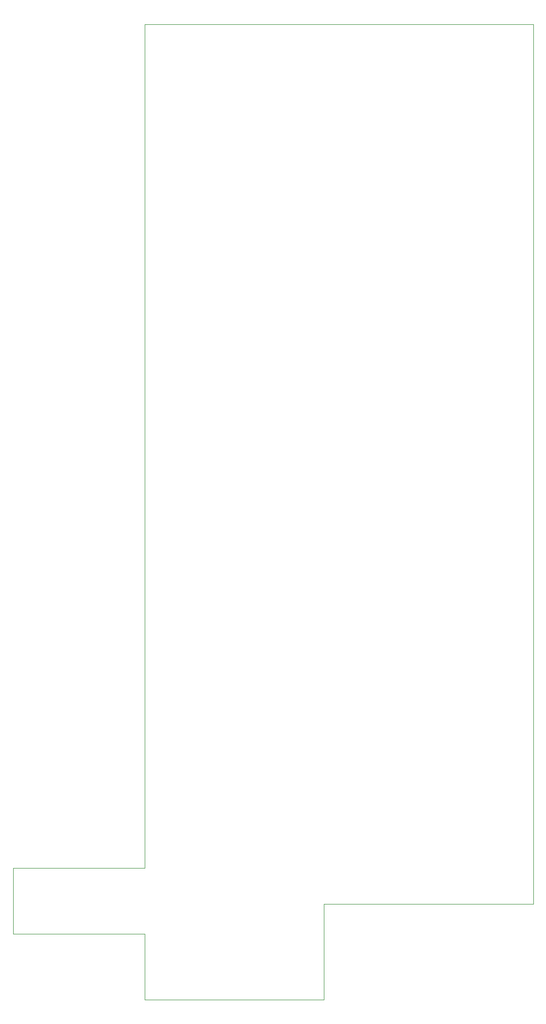
<source format=gbr>
%TF.GenerationSoftware,KiCad,Pcbnew,5.1.6-c6e7f7d~87~ubuntu20.04.1*%
%TF.CreationDate,2020-10-29T23:15:31-04:00*%
%TF.ProjectId,waveshaper,77617665-7368-4617-9065-722e6b696361,rev?*%
%TF.SameCoordinates,Original*%
%TF.FileFunction,Profile,NP*%
%FSLAX46Y46*%
G04 Gerber Fmt 4.6, Leading zero omitted, Abs format (unit mm)*
G04 Created by KiCad (PCBNEW 5.1.6-c6e7f7d~87~ubuntu20.04.1) date 2020-10-29 23:15:31*
%MOMM*%
%LPD*%
G01*
G04 APERTURE LIST*
%TA.AperFunction,Profile*%
%ADD10C,0.050000*%
%TD*%
G04 APERTURE END LIST*
D10*
X114000000Y-160000000D02*
X114000000Y-19000000D01*
X92000000Y-160000000D02*
X114000000Y-160000000D01*
X92000000Y-171000000D02*
X92000000Y-160000000D01*
X114000000Y-171000000D02*
X92000000Y-171000000D01*
X114000000Y-182000000D02*
X114000000Y-171000000D01*
X144000000Y-182000000D02*
X114000000Y-182000000D01*
X144000000Y-166000000D02*
X144000000Y-182000000D01*
X179000000Y-166000000D02*
X144000000Y-166000000D01*
X179000000Y-19000000D02*
X179000000Y-166000000D01*
X114000000Y-19000000D02*
X179000000Y-19000000D01*
M02*

</source>
